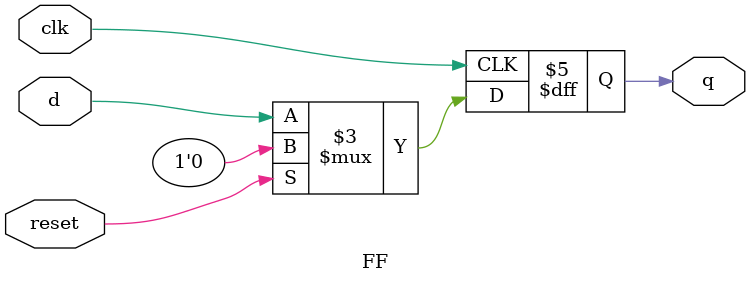
<source format=sv>
module gcd_avalon(clock, resetn, address, readdata, writedata, read, write, byteenable, chipselect);
    input  logic clock, resetn, read, write, chipselect;
    input  logic [ 1:0] address;
    input  logic [ 3:0] byteenable;
    input  logic [31:0] writedata;
    output logic [31:0] readdata;

    logic [31:0] wrData [0:3];
    logic [31:0] rdData [0:3];
    logic [31:0] result;
    logic [31:0] status;
    logic [15:0] be;
    logic [3:0]  byteenable_internal;
    logic wrInt, wrIntR;
    logic done, doneR;
    logic doneSB;

    assign be = (chipselect & write) ? (byteenable << address*4) : 16'h0;

    // Address Decode
    always @(*)
    begin
        wrData[address] = writedata;
        readdata        = rdData[address];
    end

    // 32 Bit Registers
    // module reg32 (clock, resetn, D, byteenable, Q);
    reg32 GCD_A(clock, resetn, wrData[0],                  be[3:0], rdData[0]); // OP_A
    reg32 GCD_B(clock, resetn, wrData[1],                  be[7:4], rdData[1]); // OP_B
    reg32 GCD_C(clock, resetn,    result,                {4{done}}, rdData[2]); // RESULT
    reg32 GCD_S(clock, resetn,    status, ({4{doneR}}|{4{wrIntR}}), rdData[3]); // STATUS

    assign status = {{30{1'b0}},doneSB};

    // Edge Detect
    // module edge_detect #(parameter RISING=1)(clk, clk_en, reset, in, e);
    edge_detect WR (clock, 1'b1, ~resetn, |be[7:4], wrInt);
    FF #(.WIDTH(4)) FF0 (clock, ~resetn, wrInt, wrIntR);

    // Set Reset FF
    // module set_reset(clk, clk_en, reset, en, clr, out);
    set_reset SR (clock, 1'b1, ~resetn, done, wrInt, doneSB);
    FF FF1 (clock, ~reset, done, doneR);

    // GCD Custom Instruction
    // module gcd_ci(clk, reset, clk_en, start, dataa, datab, done, result);
    gcd_ci GCD (
        .clk   (clock),
        .reset (~resetn),
        .clk_en(1'b1),
        .start (wrIntR),
        .dataa (rdData[0]),
        .datab (rdData[1]),
        .done  (done),
        .result(result));

endmodule

// GCD Custom Instruction
module gcd_ci(clk, reset, clk_en, start, dataa, datab, done, result);
    input logic clk;
    input logic reset;
    input logic clk_en;
    input logic start;
    input logic [31:0] dataa;
    input logic [31:0] datab;
    output logic done;
    output logic [31:0] result;

    logic unsigned [31:0] a;
    logic unsigned [31:0] b;

    // Done internal and edge detect is just done because
    // the custom instruction protocol wants a pulse.
    logic done_internal;
    edge_detect ED (clk, clk_en, reset, done_internal, done);

    always @(posedge clk)
    begin
        if (reset) begin
        done_internal <=  1'b1;
        a             <= 32'hDEADDEAD;
        b             <= 32'hDEADDEAD;
        result        <= 32'hDEADDEAD;
        end
        else begin
            if(clk_en) begin
                if (start) begin
                    done_internal <= 1'b0;
                    a             <= dataa;
                    b             <= datab;
                end
                else if (!done_internal) begin
                    if (b == 32'h0) begin
                        done_internal <= 1'b1;
                        result        <= a;
                    end
                    else if (a > b) begin
                        a <= a - b;
                    end
                    else begin
                        b <= b - a;
                    end
                    //$display("a:%0d, b:%0d result:%0h done:%0h",a, b, result, done);
                end
            end
        end
    end
endmodule

// 32 Bit Register
module reg32 (clock, resetn, D, byteenable, Q);
    input  logic clock, resetn;
    input  logic [3:0] byteenable;
    input  logic [31:0] D;
    output logic [31:0] Q;

    always@(posedge clock) begin
        if (!resetn)
            Q <= 32'b0;
        else begin
            // Enable writing to each byte separately
            if (byteenable[0]) Q[7:0]   <= D[7:0];
            if (byteenable[1]) Q[15:8]  <= D[15:8];
            if (byteenable[2]) Q[23:16] <= D[23:16];
            if (byteenable[3]) Q[31:24] <= D[31:24];
        end
    end
endmodule

// Edge Detect
module edge_detect #(parameter RISING=1)(clk, clk_en, reset, in, e);
    input  logic clk;
    input  logic clk_en;
    input  logic reset;
    input  logic in;
    output logic e;

    reg tmp;

    always @(posedge clk)
    begin
        if (reset) // Synchronous reset when reset goes high
            tmp <= in;
        else begin
            if (clk_en)
                tmp <= in;
        end
    end

    assign e = RISING ? (~tmp & in) : (tmp & ~in);
endmodule

// Set Clear FF
module set_reset(clk, clk_en, reset, en, clr, out);
    input  clk;
    input  clk_en;
    input  reset;
    input  en;
  	input  clr;
    output reg out;

    always @(posedge clk)
    begin
        if (reset) // Synchronous reset when reset goes high
            out <= 1'b0;
        else begin
            if (clk_en & en)
                out <= 1'b1;
            else if (clk_en & clr)
                out <= 1'b0;
        end
    end
endmodule

 // Flip Flop
module FF #(parameter WIDTH=1)(clk, reset, d, q);
    input  logic clk;
    input  logic reset;
    input  logic [WIDTH-1:0] d;
    output logic [WIDTH-1:0] q;

    always @(posedge clk)
    begin
        if (reset)
            q <= 0;
        else
            q <= d;
    end
endmodule


</source>
